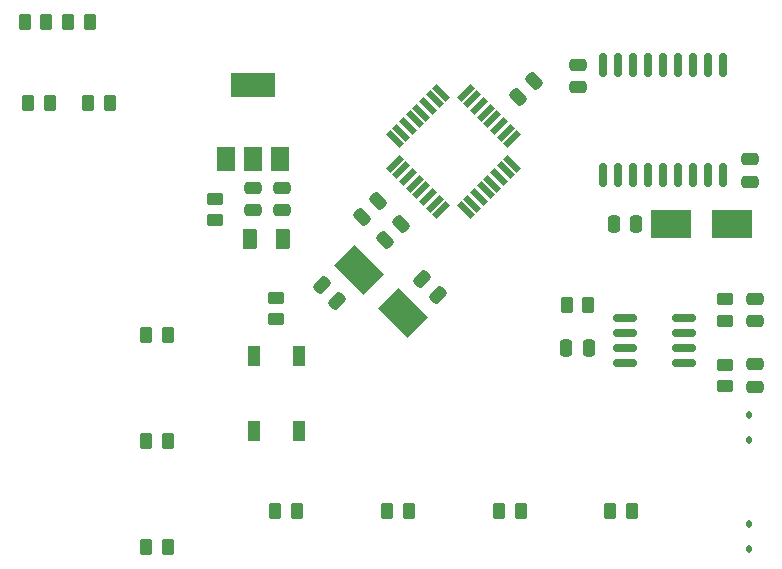
<source format=gtp>
G04 #@! TF.GenerationSoftware,KiCad,Pcbnew,7.0.5*
G04 #@! TF.CreationDate,2024-08-04T19:03:28+08:00*
G04 #@! TF.ProjectId,Vehicle_Control_Unit_VCU_V1,56656869-636c-4655-9f43-6f6e74726f6c,rev?*
G04 #@! TF.SameCoordinates,Original*
G04 #@! TF.FileFunction,Paste,Top*
G04 #@! TF.FilePolarity,Positive*
%FSLAX46Y46*%
G04 Gerber Fmt 4.6, Leading zero omitted, Abs format (unit mm)*
G04 Created by KiCad (PCBNEW 7.0.5) date 2024-08-04 19:03:28*
%MOMM*%
%LPD*%
G01*
G04 APERTURE LIST*
G04 Aperture macros list*
%AMRoundRect*
0 Rectangle with rounded corners*
0 $1 Rounding radius*
0 $2 $3 $4 $5 $6 $7 $8 $9 X,Y pos of 4 corners*
0 Add a 4 corners polygon primitive as box body*
4,1,4,$2,$3,$4,$5,$6,$7,$8,$9,$2,$3,0*
0 Add four circle primitives for the rounded corners*
1,1,$1+$1,$2,$3*
1,1,$1+$1,$4,$5*
1,1,$1+$1,$6,$7*
1,1,$1+$1,$8,$9*
0 Add four rect primitives between the rounded corners*
20,1,$1+$1,$2,$3,$4,$5,0*
20,1,$1+$1,$4,$5,$6,$7,0*
20,1,$1+$1,$6,$7,$8,$9,0*
20,1,$1+$1,$8,$9,$2,$3,0*%
%AMRotRect*
0 Rectangle, with rotation*
0 The origin of the aperture is its center*
0 $1 length*
0 $2 width*
0 $3 Rotation angle, in degrees counterclockwise*
0 Add horizontal line*
21,1,$1,$2,0,0,$3*%
G04 Aperture macros list end*
%ADD10RoundRect,0.250000X0.262500X0.450000X-0.262500X0.450000X-0.262500X-0.450000X0.262500X-0.450000X0*%
%ADD11R,1.000000X1.700000*%
%ADD12RoundRect,0.250000X0.159099X-0.512652X0.512652X-0.159099X-0.159099X0.512652X-0.512652X0.159099X0*%
%ADD13R,1.500000X2.000000*%
%ADD14R,3.800000X2.000000*%
%ADD15RoundRect,0.250000X-0.159099X0.512652X-0.512652X0.159099X0.159099X-0.512652X0.512652X-0.159099X0*%
%ADD16RoundRect,0.250000X0.475000X-0.250000X0.475000X0.250000X-0.475000X0.250000X-0.475000X-0.250000X0*%
%ADD17RoundRect,0.250000X-0.250000X-0.475000X0.250000X-0.475000X0.250000X0.475000X-0.250000X0.475000X0*%
%ADD18RoundRect,0.250000X-0.512652X-0.159099X-0.159099X-0.512652X0.512652X0.159099X0.159099X0.512652X0*%
%ADD19RoundRect,0.150000X0.150000X-0.875000X0.150000X0.875000X-0.150000X0.875000X-0.150000X-0.875000X0*%
%ADD20RotRect,3.500000X2.400000X135.000000*%
%ADD21RoundRect,0.150000X-0.825000X-0.150000X0.825000X-0.150000X0.825000X0.150000X-0.825000X0.150000X0*%
%ADD22RoundRect,0.250000X0.450000X-0.262500X0.450000X0.262500X-0.450000X0.262500X-0.450000X-0.262500X0*%
%ADD23RoundRect,0.250000X-0.375000X-0.625000X0.375000X-0.625000X0.375000X0.625000X-0.375000X0.625000X0*%
%ADD24RoundRect,0.250000X-0.450000X0.262500X-0.450000X-0.262500X0.450000X-0.262500X0.450000X0.262500X0*%
%ADD25RoundRect,0.250000X-0.475000X0.250000X-0.475000X-0.250000X0.475000X-0.250000X0.475000X0.250000X0*%
%ADD26R,3.500000X2.400000*%
%ADD27RoundRect,0.250000X-0.262500X-0.450000X0.262500X-0.450000X0.262500X0.450000X-0.262500X0.450000X0*%
%ADD28RoundRect,0.112500X0.112500X-0.187500X0.112500X0.187500X-0.112500X0.187500X-0.112500X-0.187500X0*%
%ADD29RotRect,1.600000X0.550000X45.000000*%
%ADD30RotRect,1.600000X0.550000X135.000000*%
G04 APERTURE END LIST*
D10*
X140562500Y-119900000D03*
X138737500Y-119900000D03*
D11*
X140750000Y-113150000D03*
X140750000Y-106850000D03*
X136950000Y-113150000D03*
X136950000Y-106850000D03*
D10*
X165262500Y-102500000D03*
X163437500Y-102500000D03*
D12*
X146078249Y-95071751D03*
X147421751Y-93728249D03*
D10*
X123062500Y-78500000D03*
X121237500Y-78500000D03*
D13*
X134550000Y-90150000D03*
X136850000Y-90150000D03*
D14*
X136850000Y-83850000D03*
D13*
X139150000Y-90150000D03*
D15*
X160621751Y-83528249D03*
X159278249Y-84871751D03*
D10*
X168937500Y-119900000D03*
X167112500Y-119900000D03*
D16*
X136850000Y-94450000D03*
X136850000Y-92550000D03*
D17*
X163400000Y-106100000D03*
X165300000Y-106100000D03*
D18*
X142678249Y-100828249D03*
X144021751Y-102171751D03*
D19*
X166520000Y-91500000D03*
X167790000Y-91500000D03*
X169060000Y-91500000D03*
X170330000Y-91500000D03*
X171600000Y-91500000D03*
X172870000Y-91500000D03*
X174140000Y-91500000D03*
X175410000Y-91500000D03*
X176680000Y-91500000D03*
X176680000Y-82200000D03*
X175410000Y-82200000D03*
X174140000Y-82200000D03*
X172870000Y-82200000D03*
X171600000Y-82200000D03*
X170330000Y-82200000D03*
X169060000Y-82200000D03*
X167790000Y-82200000D03*
X166520000Y-82200000D03*
D20*
X149526956Y-103176956D03*
X145850000Y-99500000D03*
D10*
X129662500Y-105000000D03*
X127837500Y-105000000D03*
D16*
X179350000Y-109400000D03*
X179350000Y-107500000D03*
D21*
X168375000Y-103595000D03*
X168375000Y-104865000D03*
X168375000Y-106135000D03*
X168375000Y-107405000D03*
X173325000Y-107405000D03*
X173325000Y-106135000D03*
X173325000Y-104865000D03*
X173325000Y-103595000D03*
D17*
X167400000Y-95600000D03*
X169300000Y-95600000D03*
D22*
X133650000Y-95312500D03*
X133650000Y-93487500D03*
D10*
X159537500Y-119900000D03*
X157712500Y-119900000D03*
D23*
X136650000Y-96900000D03*
X139450000Y-96900000D03*
D10*
X129662500Y-123000000D03*
X127837500Y-123000000D03*
D24*
X138850000Y-101887500D03*
X138850000Y-103712500D03*
D18*
X151178249Y-100328249D03*
X152521751Y-101671751D03*
D25*
X178950000Y-90150000D03*
X178950000Y-92050000D03*
D16*
X139350000Y-94450000D03*
X139350000Y-92550000D03*
D26*
X177450000Y-95600000D03*
X172250000Y-95600000D03*
D10*
X129662500Y-114000000D03*
X127837500Y-114000000D03*
D24*
X176850000Y-107537500D03*
X176850000Y-109362500D03*
D10*
X124762500Y-85400000D03*
X122937500Y-85400000D03*
D16*
X164350000Y-84050000D03*
X164350000Y-82150000D03*
D27*
X117837500Y-85400000D03*
X119662500Y-85400000D03*
D28*
X178850000Y-123150000D03*
X178850000Y-121050000D03*
D25*
X179350000Y-101950000D03*
X179350000Y-103850000D03*
D22*
X176850000Y-103812500D03*
X176850000Y-101987500D03*
D12*
X148078249Y-96971751D03*
X149421751Y-95628249D03*
D10*
X150037500Y-119900000D03*
X148212500Y-119900000D03*
D28*
X178850000Y-113950000D03*
X178850000Y-111850000D03*
D29*
X148864897Y-90525305D03*
X149430583Y-91090990D03*
X149996268Y-91656676D03*
X150561953Y-92222361D03*
X151127639Y-92788047D03*
X151693324Y-93353732D03*
X152259010Y-93919417D03*
X152824695Y-94485103D03*
D30*
X154875305Y-94485103D03*
X155440990Y-93919417D03*
X156006676Y-93353732D03*
X156572361Y-92788047D03*
X157138047Y-92222361D03*
X157703732Y-91656676D03*
X158269417Y-91090990D03*
X158835103Y-90525305D03*
D29*
X158835103Y-88474695D03*
X158269417Y-87909010D03*
X157703732Y-87343324D03*
X157138047Y-86777639D03*
X156572361Y-86211953D03*
X156006676Y-85646268D03*
X155440990Y-85080583D03*
X154875305Y-84514897D03*
D30*
X152824695Y-84514897D03*
X152259010Y-85080583D03*
X151693324Y-85646268D03*
X151127639Y-86211953D03*
X150561953Y-86777639D03*
X149996268Y-87343324D03*
X149430583Y-87909010D03*
X148864897Y-88474695D03*
D10*
X119362500Y-78500000D03*
X117537500Y-78500000D03*
M02*

</source>
